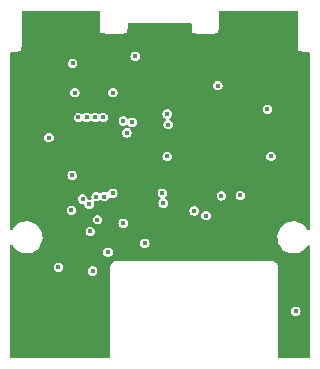
<source format=gbr>
%TF.GenerationSoftware,KiCad,Pcbnew,7.0.8*%
%TF.CreationDate,2024-04-11T03:43:44+02:00*%
%TF.ProjectId,Expansion_Card_Retrofit,45787061-6e73-4696-9f6e-5f436172645f,X1*%
%TF.SameCoordinates,Original*%
%TF.FileFunction,Copper,L2,Inr*%
%TF.FilePolarity,Positive*%
%FSLAX46Y46*%
G04 Gerber Fmt 4.6, Leading zero omitted, Abs format (unit mm)*
G04 Created by KiCad (PCBNEW 7.0.8) date 2024-04-11 03:43:44*
%MOMM*%
%LPD*%
G01*
G04 APERTURE LIST*
%TA.AperFunction,ViaPad*%
%ADD10C,0.400000*%
%TD*%
G04 APERTURE END LIST*
D10*
%TO.N,GND*%
X123700000Y-86650000D03*
X130700000Y-79450000D03*
X126000000Y-80950000D03*
X118598610Y-88650000D03*
X126100000Y-88950000D03*
%TO.N,Net-(R2-Pad1)*%
X115300000Y-97350000D03*
%TO.N,GND*%
X116000000Y-88750000D03*
X126000000Y-92150000D03*
%TO.N,Net-(U4-RUN)*%
X127800000Y-90950000D03*
%TO.N,GND*%
X121100000Y-79250000D03*
X113900000Y-86750000D03*
X122800000Y-89850000D03*
%TO.N,SWCLK*%
X121700000Y-84950000D03*
%TO.N,GND*%
X113900000Y-85100000D03*
%TO.N,+3V3*%
X121600000Y-87650000D03*
%TO.N,GND*%
X115500000Y-80150000D03*
%TO.N,VBUS*%
X117890000Y-93290000D03*
%TO.N,+3V3*%
X130100000Y-83650000D03*
X121279954Y-91608107D03*
%TO.N,GND*%
X125200000Y-95750000D03*
X129100000Y-91250000D03*
%TO.N,+3V3*%
X117000000Y-82250000D03*
%TO.N,GND*%
X126000000Y-79850000D03*
%TO.N,GPIO_ADC1*%
X123900000Y-92250000D03*
%TO.N,GND*%
X127700000Y-95750000D03*
%TO.N,+3V3*%
X113600000Y-79750000D03*
X125900000Y-81650000D03*
%TO.N,/Development Board Section/RUN*%
X113500000Y-92200000D03*
%TO.N,LED_EN*%
X116200000Y-84350000D03*
%TO.N,GPIO4*%
X115600000Y-91050000D03*
%TO.N,GPIO5*%
X116300000Y-91050000D03*
%TO.N,+3V3*%
X111600000Y-86050000D03*
%TO.N,GPIO2*%
X114450000Y-91250000D03*
%TO.N,GPIO_ADC0*%
X115500000Y-84350000D03*
%TO.N,/Development Board Section/GPIO_ADC3*%
X114100000Y-84350000D03*
%TO.N,GPIO_ADC1*%
X114800000Y-84350000D03*
%TO.N,/Development Board Section/RUN*%
X118650000Y-84750000D03*
%TO.N,+3V3*%
X116999830Y-90756306D03*
%TO.N,SWDIO*%
X117900000Y-84650000D03*
%TO.N,LED_EN*%
X132500000Y-100750000D03*
%TO.N,+3V3*%
X113800000Y-82250000D03*
X130400000Y-87650000D03*
%TO.N,GND*%
X114000000Y-78450000D03*
%TO.N,SWCLK*%
X115700000Y-93000000D03*
%TO.N,+3V3*%
X112400000Y-97025000D03*
%TO.N,GND*%
X121500000Y-88850000D03*
%TO.N,+3V3*%
X113574500Y-89250000D03*
%TO.N,GND*%
X115500000Y-81450000D03*
%TO.N,VBUS*%
X118900000Y-79150000D03*
%TO.N,/Development Board Section/GPIO_ADC3*%
X121200000Y-90750000D03*
%TO.N,GND*%
X128500000Y-79450000D03*
%TO.N,+3V3*%
X116600000Y-95750000D03*
%TO.N,GND*%
X121600000Y-86950000D03*
X120100000Y-95750000D03*
%TO.N,+3V3*%
X126200000Y-90975500D03*
%TO.N,SWCLK*%
X118200000Y-85650000D03*
%TO.N,GPIO3*%
X115000000Y-91700000D03*
%TO.N,GND*%
X122700000Y-95750000D03*
X123700000Y-88950000D03*
X130500000Y-84550000D03*
X123700000Y-84350000D03*
X125400000Y-84350000D03*
%TO.N,+3V3*%
X121600000Y-84050000D03*
X119719500Y-95000000D03*
%TO.N,GPIO_ADC0*%
X124900000Y-92650000D03*
%TO.N,SWDIO*%
X115100000Y-94000000D03*
%TD*%
%TA.AperFunction,Conductor*%
%TO.N,GND*%
G36*
X115893039Y-75320185D02*
G01*
X115938794Y-75372989D01*
X115950000Y-75424500D01*
X115950000Y-77200000D01*
X116225948Y-77200000D01*
X116279748Y-77212279D01*
X116400412Y-77270389D01*
X116400416Y-77270390D01*
X116400419Y-77270391D01*
X116532333Y-77300499D01*
X116532338Y-77300499D01*
X116532340Y-77300500D01*
X116532342Y-77300500D01*
X117717658Y-77300500D01*
X117717660Y-77300500D01*
X117717662Y-77300499D01*
X117717666Y-77300499D01*
X117849580Y-77270391D01*
X117849580Y-77270390D01*
X117849588Y-77270389D01*
X117970251Y-77212279D01*
X118024052Y-77200000D01*
X118200000Y-77200000D01*
X118200000Y-76970227D01*
X118212279Y-76916428D01*
X118220389Y-76899588D01*
X118250500Y-76767660D01*
X118250500Y-76700000D01*
X118250500Y-76652405D01*
X118250500Y-76464500D01*
X118270185Y-76397461D01*
X118322989Y-76351706D01*
X118374500Y-76340500D01*
X123576000Y-76340500D01*
X123643039Y-76360185D01*
X123688794Y-76412989D01*
X123700000Y-76464500D01*
X123700000Y-77200000D01*
X123975948Y-77200000D01*
X124029748Y-77212279D01*
X124150412Y-77270389D01*
X124150416Y-77270390D01*
X124150419Y-77270391D01*
X124282333Y-77300499D01*
X124282338Y-77300499D01*
X124282340Y-77300500D01*
X124282342Y-77300500D01*
X125467658Y-77300500D01*
X125467660Y-77300500D01*
X125467662Y-77300499D01*
X125467666Y-77300499D01*
X125599580Y-77270391D01*
X125599580Y-77270390D01*
X125599588Y-77270389D01*
X125720251Y-77212279D01*
X125774052Y-77200000D01*
X125950000Y-77200000D01*
X125950000Y-76970227D01*
X125962279Y-76916428D01*
X125970389Y-76899588D01*
X126000500Y-76767660D01*
X126000500Y-76700000D01*
X126000500Y-76652405D01*
X126000500Y-75424500D01*
X126020185Y-75357461D01*
X126072989Y-75311706D01*
X126124500Y-75300500D01*
X132575500Y-75300500D01*
X132642539Y-75320185D01*
X132688294Y-75372989D01*
X132699500Y-75424500D01*
X132699500Y-78267656D01*
X132699610Y-78268632D01*
X132700000Y-78275582D01*
X132700000Y-78700000D01*
X132925948Y-78700000D01*
X132979748Y-78712279D01*
X133100412Y-78770389D01*
X133100416Y-78770390D01*
X133100419Y-78770391D01*
X133232333Y-78800499D01*
X133232338Y-78800499D01*
X133232340Y-78800500D01*
X133243827Y-78800500D01*
X133575500Y-78800500D01*
X133642539Y-78820185D01*
X133688294Y-78872989D01*
X133699500Y-78924500D01*
X133699500Y-93751632D01*
X133679815Y-93818671D01*
X133627011Y-93864426D01*
X133557853Y-93874370D01*
X133494297Y-93845345D01*
X133469910Y-93816646D01*
X133451814Y-93787257D01*
X133392951Y-93691657D01*
X133240620Y-93518575D01*
X133240619Y-93518574D01*
X133240615Y-93518570D01*
X133061234Y-93373730D01*
X133061233Y-93373729D01*
X132859938Y-93261279D01*
X132642541Y-93184468D01*
X132642540Y-93184467D01*
X132642538Y-93184467D01*
X132642534Y-93184466D01*
X132642533Y-93184466D01*
X132415293Y-93145500D01*
X132415285Y-93145500D01*
X132242465Y-93145500D01*
X132242460Y-93145500D01*
X132070265Y-93160155D01*
X131847131Y-93218254D01*
X131637034Y-93313223D01*
X131637032Y-93313224D01*
X131445999Y-93442342D01*
X131279540Y-93601878D01*
X131142434Y-93787257D01*
X131038630Y-93993138D01*
X130971113Y-94213606D01*
X130941828Y-94442306D01*
X130951613Y-94672662D01*
X130951614Y-94672670D01*
X131000190Y-94898062D01*
X131000190Y-94898063D01*
X131086157Y-95112002D01*
X131086159Y-95112006D01*
X131130089Y-95183353D01*
X131207048Y-95308342D01*
X131359380Y-95481425D01*
X131359384Y-95481429D01*
X131538765Y-95626269D01*
X131538766Y-95626270D01*
X131538769Y-95626271D01*
X131538772Y-95626274D01*
X131740063Y-95738721D01*
X131957462Y-95815533D01*
X132084272Y-95837277D01*
X132184706Y-95854499D01*
X132184715Y-95854500D01*
X132357540Y-95854500D01*
X132529734Y-95839844D01*
X132529737Y-95839843D01*
X132529739Y-95839843D01*
X132752869Y-95781745D01*
X132881229Y-95723722D01*
X132962965Y-95686776D01*
X132962967Y-95686775D01*
X132962967Y-95686774D01*
X132962971Y-95686773D01*
X133154000Y-95557659D01*
X133320462Y-95398119D01*
X133457566Y-95212742D01*
X133464777Y-95198437D01*
X133512535Y-95147440D01*
X133580284Y-95130356D01*
X133646514Y-95152613D01*
X133690198Y-95207142D01*
X133699500Y-95254264D01*
X133699500Y-104575500D01*
X133679815Y-104642539D01*
X133627011Y-104688294D01*
X133575500Y-104699500D01*
X131124500Y-104699500D01*
X131057461Y-104679815D01*
X131011706Y-104627011D01*
X131000500Y-104575500D01*
X131000500Y-100750003D01*
X132094508Y-100750003D01*
X132114352Y-100875300D01*
X132114352Y-100875301D01*
X132114354Y-100875304D01*
X132171950Y-100988342D01*
X132171952Y-100988344D01*
X132171954Y-100988347D01*
X132261652Y-101078045D01*
X132261654Y-101078046D01*
X132261658Y-101078050D01*
X132374696Y-101135646D01*
X132374697Y-101135646D01*
X132374699Y-101135647D01*
X132499997Y-101155492D01*
X132500000Y-101155492D01*
X132500003Y-101155492D01*
X132625300Y-101135647D01*
X132625301Y-101135647D01*
X132625302Y-101135646D01*
X132625304Y-101135646D01*
X132738342Y-101078050D01*
X132828050Y-100988342D01*
X132885646Y-100875304D01*
X132885646Y-100875302D01*
X132885647Y-100875301D01*
X132885647Y-100875300D01*
X132905492Y-100750003D01*
X132905492Y-100749996D01*
X132885647Y-100624699D01*
X132885647Y-100624698D01*
X132885646Y-100624696D01*
X132828050Y-100511658D01*
X132828046Y-100511654D01*
X132828045Y-100511652D01*
X132738347Y-100421954D01*
X132738344Y-100421952D01*
X132738342Y-100421950D01*
X132625304Y-100364354D01*
X132625303Y-100364353D01*
X132625300Y-100364352D01*
X132500003Y-100344508D01*
X132499997Y-100344508D01*
X132374699Y-100364352D01*
X132374698Y-100364352D01*
X132299337Y-100402751D01*
X132261658Y-100421950D01*
X132261657Y-100421951D01*
X132261652Y-100421954D01*
X132171954Y-100511652D01*
X132171951Y-100511657D01*
X132114352Y-100624698D01*
X132114352Y-100624699D01*
X132094508Y-100749996D01*
X132094508Y-100750003D01*
X131000500Y-100750003D01*
X131000500Y-96969583D01*
X131000481Y-96969183D01*
X131000485Y-96935057D01*
X131000484Y-96935052D01*
X130975397Y-96825097D01*
X130975397Y-96825095D01*
X130926467Y-96723473D01*
X130905318Y-96696950D01*
X130856154Y-96635291D01*
X130856149Y-96635286D01*
X130767969Y-96564959D01*
X130666354Y-96516021D01*
X130666350Y-96516020D01*
X130653962Y-96513192D01*
X130556394Y-96490921D01*
X130556391Y-96490921D01*
X117351383Y-96490921D01*
X117351311Y-96490900D01*
X117300000Y-96490900D01*
X117243603Y-96490900D01*
X117174672Y-96506634D01*
X117133641Y-96516000D01*
X117133638Y-96516001D01*
X117032019Y-96564941D01*
X116943835Y-96635271D01*
X116943834Y-96635273D01*
X116873514Y-96723462D01*
X116824583Y-96825087D01*
X116824583Y-96825088D01*
X116799494Y-96935052D01*
X116799493Y-96935056D01*
X116799500Y-96991081D01*
X116799500Y-104575500D01*
X116779815Y-104642539D01*
X116727011Y-104688294D01*
X116675500Y-104699500D01*
X108424500Y-104699500D01*
X108357461Y-104679815D01*
X108311706Y-104627011D01*
X108300500Y-104575500D01*
X108300500Y-97025003D01*
X111994508Y-97025003D01*
X112014352Y-97150300D01*
X112014352Y-97150301D01*
X112014354Y-97150304D01*
X112071950Y-97263342D01*
X112071952Y-97263344D01*
X112071954Y-97263347D01*
X112161652Y-97353045D01*
X112161654Y-97353046D01*
X112161658Y-97353050D01*
X112274696Y-97410646D01*
X112274697Y-97410646D01*
X112274699Y-97410647D01*
X112399997Y-97430492D01*
X112400000Y-97430492D01*
X112400003Y-97430492D01*
X112525300Y-97410647D01*
X112525301Y-97410647D01*
X112525302Y-97410646D01*
X112525304Y-97410646D01*
X112638342Y-97353050D01*
X112641389Y-97350003D01*
X114894508Y-97350003D01*
X114914352Y-97475300D01*
X114914352Y-97475301D01*
X114914354Y-97475304D01*
X114971950Y-97588342D01*
X114971952Y-97588344D01*
X114971954Y-97588347D01*
X115061652Y-97678045D01*
X115061654Y-97678046D01*
X115061658Y-97678050D01*
X115174696Y-97735646D01*
X115174697Y-97735646D01*
X115174699Y-97735647D01*
X115299997Y-97755492D01*
X115300000Y-97755492D01*
X115300003Y-97755492D01*
X115425300Y-97735647D01*
X115425301Y-97735647D01*
X115425302Y-97735646D01*
X115425304Y-97735646D01*
X115538342Y-97678050D01*
X115628050Y-97588342D01*
X115685646Y-97475304D01*
X115685646Y-97475302D01*
X115685647Y-97475301D01*
X115685647Y-97475300D01*
X115705492Y-97350003D01*
X115705492Y-97349996D01*
X115685647Y-97224699D01*
X115685647Y-97224698D01*
X115685646Y-97224696D01*
X115628050Y-97111658D01*
X115628046Y-97111654D01*
X115628045Y-97111652D01*
X115538347Y-97021954D01*
X115538344Y-97021952D01*
X115538342Y-97021950D01*
X115425304Y-96964354D01*
X115425303Y-96964353D01*
X115425300Y-96964352D01*
X115300003Y-96944508D01*
X115299997Y-96944508D01*
X115174699Y-96964352D01*
X115174698Y-96964352D01*
X115099337Y-97002751D01*
X115061658Y-97021950D01*
X115061657Y-97021951D01*
X115061652Y-97021954D01*
X114971954Y-97111652D01*
X114971951Y-97111657D01*
X114914352Y-97224698D01*
X114914352Y-97224699D01*
X114894508Y-97349996D01*
X114894508Y-97350003D01*
X112641389Y-97350003D01*
X112728050Y-97263342D01*
X112785646Y-97150304D01*
X112785646Y-97150302D01*
X112785647Y-97150301D01*
X112785647Y-97150300D01*
X112805492Y-97025003D01*
X112805492Y-97024996D01*
X112785647Y-96899699D01*
X112785647Y-96899698D01*
X112785646Y-96899696D01*
X112728050Y-96786658D01*
X112728046Y-96786654D01*
X112728045Y-96786652D01*
X112638347Y-96696954D01*
X112638344Y-96696952D01*
X112638342Y-96696950D01*
X112525304Y-96639354D01*
X112525303Y-96639353D01*
X112525300Y-96639352D01*
X112400003Y-96619508D01*
X112399997Y-96619508D01*
X112274699Y-96639352D01*
X112274698Y-96639352D01*
X112199337Y-96677751D01*
X112161658Y-96696950D01*
X112161657Y-96696951D01*
X112161652Y-96696954D01*
X112071954Y-96786652D01*
X112071951Y-96786657D01*
X112014352Y-96899698D01*
X112014352Y-96899699D01*
X111994508Y-97024996D01*
X111994508Y-97025003D01*
X108300500Y-97025003D01*
X108300500Y-95248367D01*
X108320185Y-95181328D01*
X108372989Y-95135573D01*
X108442147Y-95125629D01*
X108505703Y-95154654D01*
X108530087Y-95183349D01*
X108563951Y-95238347D01*
X108607048Y-95308342D01*
X108759380Y-95481425D01*
X108759384Y-95481429D01*
X108938765Y-95626269D01*
X108938766Y-95626270D01*
X108938769Y-95626271D01*
X108938772Y-95626274D01*
X109140063Y-95738721D01*
X109357462Y-95815533D01*
X109484272Y-95837277D01*
X109584706Y-95854499D01*
X109584715Y-95854500D01*
X109757540Y-95854500D01*
X109929734Y-95839844D01*
X109929737Y-95839843D01*
X109929739Y-95839843D01*
X110152869Y-95781745D01*
X110223089Y-95750003D01*
X116194508Y-95750003D01*
X116214352Y-95875300D01*
X116214352Y-95875301D01*
X116214354Y-95875304D01*
X116271950Y-95988342D01*
X116271952Y-95988344D01*
X116271954Y-95988347D01*
X116361652Y-96078045D01*
X116361654Y-96078046D01*
X116361658Y-96078050D01*
X116474696Y-96135646D01*
X116474697Y-96135646D01*
X116474699Y-96135647D01*
X116599997Y-96155492D01*
X116600000Y-96155492D01*
X116600003Y-96155492D01*
X116725300Y-96135647D01*
X116725301Y-96135647D01*
X116725302Y-96135646D01*
X116725304Y-96135646D01*
X116838342Y-96078050D01*
X116928050Y-95988342D01*
X116985646Y-95875304D01*
X116985646Y-95875302D01*
X116985647Y-95875301D01*
X116985647Y-95875300D01*
X117005492Y-95750003D01*
X117005492Y-95749996D01*
X116985647Y-95624699D01*
X116985647Y-95624698D01*
X116985646Y-95624696D01*
X116928050Y-95511658D01*
X116928046Y-95511654D01*
X116928045Y-95511652D01*
X116838347Y-95421954D01*
X116838344Y-95421952D01*
X116838342Y-95421950D01*
X116725304Y-95364354D01*
X116725303Y-95364353D01*
X116725300Y-95364352D01*
X116600003Y-95344508D01*
X116599997Y-95344508D01*
X116474699Y-95364352D01*
X116474698Y-95364352D01*
X116408429Y-95398119D01*
X116361658Y-95421950D01*
X116361657Y-95421951D01*
X116361652Y-95421954D01*
X116271954Y-95511652D01*
X116271951Y-95511657D01*
X116214352Y-95624698D01*
X116214352Y-95624699D01*
X116194508Y-95749996D01*
X116194508Y-95750003D01*
X110223089Y-95750003D01*
X110281229Y-95723722D01*
X110362965Y-95686776D01*
X110362967Y-95686775D01*
X110362967Y-95686774D01*
X110362971Y-95686773D01*
X110554000Y-95557659D01*
X110720462Y-95398119D01*
X110857566Y-95212742D01*
X110961370Y-95006860D01*
X110963470Y-95000003D01*
X119314008Y-95000003D01*
X119333852Y-95125300D01*
X119333852Y-95125301D01*
X119336428Y-95130356D01*
X119391450Y-95238342D01*
X119391452Y-95238344D01*
X119391454Y-95238347D01*
X119481152Y-95328045D01*
X119481154Y-95328046D01*
X119481158Y-95328050D01*
X119594196Y-95385646D01*
X119594197Y-95385646D01*
X119594199Y-95385647D01*
X119719497Y-95405492D01*
X119719500Y-95405492D01*
X119719503Y-95405492D01*
X119844800Y-95385647D01*
X119844801Y-95385647D01*
X119844802Y-95385646D01*
X119844804Y-95385646D01*
X119957842Y-95328050D01*
X120047550Y-95238342D01*
X120105146Y-95125304D01*
X120105146Y-95125302D01*
X120105147Y-95125301D01*
X120105147Y-95125300D01*
X120124992Y-95000003D01*
X120124992Y-94999996D01*
X120105147Y-94874699D01*
X120105147Y-94874698D01*
X120105146Y-94874696D01*
X120047550Y-94761658D01*
X120047546Y-94761654D01*
X120047545Y-94761652D01*
X119957847Y-94671954D01*
X119957844Y-94671952D01*
X119957842Y-94671950D01*
X119844804Y-94614354D01*
X119844803Y-94614353D01*
X119844800Y-94614352D01*
X119719503Y-94594508D01*
X119719497Y-94594508D01*
X119594199Y-94614352D01*
X119594198Y-94614352D01*
X119518837Y-94652751D01*
X119481158Y-94671950D01*
X119481157Y-94671951D01*
X119481152Y-94671954D01*
X119391454Y-94761652D01*
X119391451Y-94761657D01*
X119333852Y-94874698D01*
X119333852Y-94874699D01*
X119314008Y-94999996D01*
X119314008Y-95000003D01*
X110963470Y-95000003D01*
X111028886Y-94786397D01*
X111058172Y-94557694D01*
X111048386Y-94327332D01*
X110999810Y-94101938D01*
X110958850Y-94000003D01*
X114694508Y-94000003D01*
X114714352Y-94125300D01*
X114714352Y-94125301D01*
X114714354Y-94125304D01*
X114771950Y-94238342D01*
X114771952Y-94238344D01*
X114771954Y-94238347D01*
X114861652Y-94328045D01*
X114861654Y-94328046D01*
X114861658Y-94328050D01*
X114974696Y-94385646D01*
X114974697Y-94385646D01*
X114974699Y-94385647D01*
X115099997Y-94405492D01*
X115100000Y-94405492D01*
X115100003Y-94405492D01*
X115225300Y-94385647D01*
X115225301Y-94385647D01*
X115225302Y-94385646D01*
X115225304Y-94385646D01*
X115338342Y-94328050D01*
X115428050Y-94238342D01*
X115485646Y-94125304D01*
X115485646Y-94125302D01*
X115485647Y-94125301D01*
X115485647Y-94125300D01*
X115505492Y-94000003D01*
X115505492Y-93999996D01*
X115485647Y-93874699D01*
X115485647Y-93874698D01*
X115471730Y-93847385D01*
X115428050Y-93761658D01*
X115428046Y-93761654D01*
X115428045Y-93761652D01*
X115338347Y-93671954D01*
X115338344Y-93671952D01*
X115338342Y-93671950D01*
X115225304Y-93614354D01*
X115225303Y-93614353D01*
X115225300Y-93614352D01*
X115100003Y-93594508D01*
X115099997Y-93594508D01*
X114974699Y-93614352D01*
X114974698Y-93614352D01*
X114899337Y-93652751D01*
X114861658Y-93671950D01*
X114861657Y-93671951D01*
X114861652Y-93671954D01*
X114771954Y-93761652D01*
X114771951Y-93761657D01*
X114714352Y-93874698D01*
X114714352Y-93874699D01*
X114694508Y-93999996D01*
X114694508Y-94000003D01*
X110958850Y-94000003D01*
X110913841Y-93887994D01*
X110792951Y-93691657D01*
X110640620Y-93518575D01*
X110640619Y-93518574D01*
X110640615Y-93518570D01*
X110461234Y-93373730D01*
X110461233Y-93373729D01*
X110259938Y-93261279D01*
X110042541Y-93184468D01*
X110042540Y-93184467D01*
X110042538Y-93184467D01*
X110042534Y-93184466D01*
X110042533Y-93184466D01*
X109815293Y-93145500D01*
X109815285Y-93145500D01*
X109642465Y-93145500D01*
X109642460Y-93145500D01*
X109470265Y-93160155D01*
X109247131Y-93218254D01*
X109037034Y-93313223D01*
X109037032Y-93313224D01*
X108845999Y-93442342D01*
X108679540Y-93601878D01*
X108542434Y-93787257D01*
X108535222Y-93801562D01*
X108487463Y-93852560D01*
X108419714Y-93869643D01*
X108353484Y-93847385D01*
X108309801Y-93792854D01*
X108300500Y-93745735D01*
X108300500Y-93000003D01*
X115294508Y-93000003D01*
X115314352Y-93125300D01*
X115314352Y-93125301D01*
X115314354Y-93125304D01*
X115371950Y-93238342D01*
X115371952Y-93238344D01*
X115371954Y-93238347D01*
X115461652Y-93328045D01*
X115461654Y-93328046D01*
X115461658Y-93328050D01*
X115574696Y-93385646D01*
X115574697Y-93385646D01*
X115574699Y-93385647D01*
X115699997Y-93405492D01*
X115700000Y-93405492D01*
X115700003Y-93405492D01*
X115825300Y-93385647D01*
X115825301Y-93385647D01*
X115825302Y-93385646D01*
X115825304Y-93385646D01*
X115938342Y-93328050D01*
X115976389Y-93290003D01*
X117484508Y-93290003D01*
X117504352Y-93415300D01*
X117504352Y-93415301D01*
X117522805Y-93451517D01*
X117561950Y-93528342D01*
X117561952Y-93528344D01*
X117561954Y-93528347D01*
X117651652Y-93618045D01*
X117651654Y-93618046D01*
X117651658Y-93618050D01*
X117764696Y-93675646D01*
X117764697Y-93675646D01*
X117764699Y-93675647D01*
X117889997Y-93695492D01*
X117890000Y-93695492D01*
X117890003Y-93695492D01*
X118015300Y-93675647D01*
X118015301Y-93675647D01*
X118015302Y-93675646D01*
X118015304Y-93675646D01*
X118128342Y-93618050D01*
X118218050Y-93528342D01*
X118275646Y-93415304D01*
X118275646Y-93415302D01*
X118275647Y-93415301D01*
X118275647Y-93415300D01*
X118295492Y-93290003D01*
X118295492Y-93289996D01*
X118275647Y-93164699D01*
X118275647Y-93164698D01*
X118265865Y-93145500D01*
X118218050Y-93051658D01*
X118218046Y-93051654D01*
X118218045Y-93051652D01*
X118128347Y-92961954D01*
X118128344Y-92961952D01*
X118128342Y-92961950D01*
X118015304Y-92904354D01*
X118015303Y-92904353D01*
X118015300Y-92904352D01*
X117890003Y-92884508D01*
X117889997Y-92884508D01*
X117764699Y-92904352D01*
X117764698Y-92904352D01*
X117689337Y-92942751D01*
X117651658Y-92961950D01*
X117651657Y-92961951D01*
X117651652Y-92961954D01*
X117561954Y-93051652D01*
X117561951Y-93051657D01*
X117561950Y-93051658D01*
X117542751Y-93089337D01*
X117504352Y-93164698D01*
X117504352Y-93164699D01*
X117484508Y-93289996D01*
X117484508Y-93290003D01*
X115976389Y-93290003D01*
X116028050Y-93238342D01*
X116085646Y-93125304D01*
X116085646Y-93125302D01*
X116085647Y-93125301D01*
X116085647Y-93125300D01*
X116105492Y-93000003D01*
X116105492Y-92999996D01*
X116085647Y-92874699D01*
X116085647Y-92874698D01*
X116085646Y-92874696D01*
X116028050Y-92761658D01*
X116028046Y-92761654D01*
X116028045Y-92761652D01*
X115938347Y-92671954D01*
X115938344Y-92671952D01*
X115938342Y-92671950D01*
X115825304Y-92614354D01*
X115825303Y-92614353D01*
X115825300Y-92614352D01*
X115700003Y-92594508D01*
X115699997Y-92594508D01*
X115574699Y-92614352D01*
X115574698Y-92614352D01*
X115504745Y-92649996D01*
X115461658Y-92671950D01*
X115461657Y-92671951D01*
X115461652Y-92671954D01*
X115371954Y-92761652D01*
X115371951Y-92761657D01*
X115314352Y-92874698D01*
X115314352Y-92874699D01*
X115294508Y-92999996D01*
X115294508Y-93000003D01*
X108300500Y-93000003D01*
X108300500Y-92200003D01*
X113094508Y-92200003D01*
X113114352Y-92325300D01*
X113114352Y-92325301D01*
X113114354Y-92325304D01*
X113171950Y-92438342D01*
X113171952Y-92438344D01*
X113171954Y-92438347D01*
X113261652Y-92528045D01*
X113261654Y-92528046D01*
X113261658Y-92528050D01*
X113374696Y-92585646D01*
X113374697Y-92585646D01*
X113374699Y-92585647D01*
X113499997Y-92605492D01*
X113500000Y-92605492D01*
X113500003Y-92605492D01*
X113625300Y-92585647D01*
X113625301Y-92585647D01*
X113625302Y-92585646D01*
X113625304Y-92585646D01*
X113738342Y-92528050D01*
X113828050Y-92438342D01*
X113885646Y-92325304D01*
X113885646Y-92325302D01*
X113885647Y-92325301D01*
X113885647Y-92325300D01*
X113897573Y-92250003D01*
X123494508Y-92250003D01*
X123514352Y-92375300D01*
X123514352Y-92375301D01*
X123514354Y-92375304D01*
X123571950Y-92488342D01*
X123571952Y-92488344D01*
X123571954Y-92488347D01*
X123661652Y-92578045D01*
X123661654Y-92578046D01*
X123661658Y-92578050D01*
X123774696Y-92635646D01*
X123774697Y-92635646D01*
X123774699Y-92635647D01*
X123899997Y-92655492D01*
X123900000Y-92655492D01*
X123900003Y-92655492D01*
X123934659Y-92650003D01*
X124494508Y-92650003D01*
X124514352Y-92775300D01*
X124514352Y-92775301D01*
X124514354Y-92775304D01*
X124571950Y-92888342D01*
X124571952Y-92888344D01*
X124571954Y-92888347D01*
X124661652Y-92978045D01*
X124661654Y-92978046D01*
X124661658Y-92978050D01*
X124774696Y-93035646D01*
X124774697Y-93035646D01*
X124774699Y-93035647D01*
X124899997Y-93055492D01*
X124900000Y-93055492D01*
X124900003Y-93055492D01*
X125025300Y-93035647D01*
X125025301Y-93035647D01*
X125025302Y-93035646D01*
X125025304Y-93035646D01*
X125138342Y-92978050D01*
X125228050Y-92888342D01*
X125285646Y-92775304D01*
X125285646Y-92775302D01*
X125285647Y-92775301D01*
X125285647Y-92775300D01*
X125305492Y-92650003D01*
X125305492Y-92649996D01*
X125285647Y-92524699D01*
X125285647Y-92524698D01*
X125267125Y-92488347D01*
X125228050Y-92411658D01*
X125228046Y-92411654D01*
X125228045Y-92411652D01*
X125138347Y-92321954D01*
X125138344Y-92321952D01*
X125138342Y-92321950D01*
X125025304Y-92264354D01*
X125025303Y-92264353D01*
X125025300Y-92264352D01*
X124900003Y-92244508D01*
X124899997Y-92244508D01*
X124774699Y-92264352D01*
X124774698Y-92264352D01*
X124699337Y-92302751D01*
X124661658Y-92321950D01*
X124661657Y-92321951D01*
X124661652Y-92321954D01*
X124571954Y-92411652D01*
X124571951Y-92411657D01*
X124514352Y-92524698D01*
X124514352Y-92524699D01*
X124494508Y-92649996D01*
X124494508Y-92650003D01*
X123934659Y-92650003D01*
X124025300Y-92635647D01*
X124025301Y-92635647D01*
X124025302Y-92635646D01*
X124025304Y-92635646D01*
X124138342Y-92578050D01*
X124228050Y-92488342D01*
X124285646Y-92375304D01*
X124285646Y-92375302D01*
X124285647Y-92375301D01*
X124285647Y-92375300D01*
X124305492Y-92250003D01*
X124305492Y-92249996D01*
X124285647Y-92124699D01*
X124285647Y-92124698D01*
X124265749Y-92085647D01*
X124228050Y-92011658D01*
X124228046Y-92011654D01*
X124228045Y-92011652D01*
X124138347Y-91921954D01*
X124138344Y-91921952D01*
X124138342Y-91921950D01*
X124025304Y-91864354D01*
X124025303Y-91864353D01*
X124025300Y-91864352D01*
X123900003Y-91844508D01*
X123899997Y-91844508D01*
X123774699Y-91864352D01*
X123774698Y-91864352D01*
X123699337Y-91902751D01*
X123661658Y-91921950D01*
X123661657Y-91921951D01*
X123661652Y-91921954D01*
X123571954Y-92011652D01*
X123571951Y-92011657D01*
X123571950Y-92011658D01*
X123563599Y-92028048D01*
X123514352Y-92124698D01*
X123514352Y-92124699D01*
X123494508Y-92249996D01*
X123494508Y-92250003D01*
X113897573Y-92250003D01*
X113905492Y-92200003D01*
X113905492Y-92199996D01*
X113885647Y-92074699D01*
X113885647Y-92074698D01*
X113885646Y-92074696D01*
X113828050Y-91961658D01*
X113828046Y-91961654D01*
X113828045Y-91961652D01*
X113738347Y-91871954D01*
X113738344Y-91871952D01*
X113738342Y-91871950D01*
X113625304Y-91814354D01*
X113625303Y-91814353D01*
X113625300Y-91814352D01*
X113500003Y-91794508D01*
X113499997Y-91794508D01*
X113374699Y-91814352D01*
X113374698Y-91814352D01*
X113311706Y-91846449D01*
X113261658Y-91871950D01*
X113261657Y-91871951D01*
X113261652Y-91871954D01*
X113171954Y-91961652D01*
X113171951Y-91961657D01*
X113114352Y-92074698D01*
X113114352Y-92074699D01*
X113094508Y-92199996D01*
X113094508Y-92200003D01*
X108300500Y-92200003D01*
X108300500Y-91250003D01*
X114044508Y-91250003D01*
X114064352Y-91375300D01*
X114064352Y-91375301D01*
X114065752Y-91378048D01*
X114121950Y-91488342D01*
X114121952Y-91488344D01*
X114121954Y-91488347D01*
X114211652Y-91578045D01*
X114211654Y-91578046D01*
X114211658Y-91578050D01*
X114324696Y-91635646D01*
X114324697Y-91635646D01*
X114324699Y-91635647D01*
X114398479Y-91647332D01*
X114450000Y-91655492D01*
X114461620Y-91653651D01*
X114530911Y-91662604D01*
X114584364Y-91707598D01*
X114603492Y-91756727D01*
X114614352Y-91825300D01*
X114614352Y-91825301D01*
X114632805Y-91861517D01*
X114671950Y-91938342D01*
X114671952Y-91938344D01*
X114671954Y-91938347D01*
X114761652Y-92028045D01*
X114761654Y-92028046D01*
X114761658Y-92028050D01*
X114874696Y-92085646D01*
X114874697Y-92085646D01*
X114874699Y-92085647D01*
X114999997Y-92105492D01*
X115000000Y-92105492D01*
X115000003Y-92105492D01*
X115125300Y-92085647D01*
X115125301Y-92085647D01*
X115125302Y-92085646D01*
X115125304Y-92085646D01*
X115238342Y-92028050D01*
X115328050Y-91938342D01*
X115385646Y-91825304D01*
X115385646Y-91825302D01*
X115385647Y-91825301D01*
X115385647Y-91825300D01*
X115405492Y-91700003D01*
X115405492Y-91699996D01*
X115387464Y-91586170D01*
X115396419Y-91516877D01*
X115441415Y-91463425D01*
X115508167Y-91442786D01*
X115529335Y-91444300D01*
X115599998Y-91455492D01*
X115600000Y-91455492D01*
X115600003Y-91455492D01*
X115725300Y-91435647D01*
X115725301Y-91435647D01*
X115725302Y-91435646D01*
X115725304Y-91435646D01*
X115838342Y-91378050D01*
X115862319Y-91354072D01*
X115923640Y-91320588D01*
X115993332Y-91325572D01*
X116037680Y-91354072D01*
X116061658Y-91378050D01*
X116174696Y-91435646D01*
X116174697Y-91435646D01*
X116174699Y-91435647D01*
X116299997Y-91455492D01*
X116300000Y-91455492D01*
X116300003Y-91455492D01*
X116425300Y-91435647D01*
X116425301Y-91435647D01*
X116425302Y-91435646D01*
X116425304Y-91435646D01*
X116538342Y-91378050D01*
X116628050Y-91288342D01*
X116681773Y-91182904D01*
X116729745Y-91132110D01*
X116797566Y-91115315D01*
X116848548Y-91128715D01*
X116874526Y-91141952D01*
X116874527Y-91141952D01*
X116874529Y-91141953D01*
X116999827Y-91161798D01*
X116999830Y-91161798D01*
X116999833Y-91161798D01*
X117125130Y-91141953D01*
X117125131Y-91141953D01*
X117125132Y-91141952D01*
X117125134Y-91141952D01*
X117238172Y-91084356D01*
X117327880Y-90994648D01*
X117385476Y-90881610D01*
X117385476Y-90881608D01*
X117385477Y-90881607D01*
X117385477Y-90881606D01*
X117405322Y-90756309D01*
X117405322Y-90756302D01*
X117404324Y-90750003D01*
X120794508Y-90750003D01*
X120814352Y-90875300D01*
X120814352Y-90875301D01*
X120817567Y-90881610D01*
X120871950Y-90988342D01*
X120871952Y-90988344D01*
X120871954Y-90988347D01*
X120961652Y-91078045D01*
X120961656Y-91078048D01*
X120961658Y-91078050D01*
X120996377Y-91095740D01*
X121047172Y-91143713D01*
X121063967Y-91211534D01*
X121041430Y-91277669D01*
X121027763Y-91293905D01*
X120951905Y-91369763D01*
X120951905Y-91369764D01*
X120951904Y-91369765D01*
X120949082Y-91375304D01*
X120894306Y-91482805D01*
X120894306Y-91482806D01*
X120874462Y-91608103D01*
X120874462Y-91608110D01*
X120894306Y-91733407D01*
X120894306Y-91733408D01*
X120894308Y-91733411D01*
X120951904Y-91846449D01*
X120951906Y-91846451D01*
X120951908Y-91846454D01*
X121041606Y-91936152D01*
X121041608Y-91936153D01*
X121041612Y-91936157D01*
X121154650Y-91993753D01*
X121154651Y-91993753D01*
X121154653Y-91993754D01*
X121279951Y-92013599D01*
X121279954Y-92013599D01*
X121279957Y-92013599D01*
X121405254Y-91993754D01*
X121405255Y-91993754D01*
X121405256Y-91993753D01*
X121405258Y-91993753D01*
X121518296Y-91936157D01*
X121608004Y-91846449D01*
X121665600Y-91733411D01*
X121665600Y-91733409D01*
X121665601Y-91733408D01*
X121665601Y-91733407D01*
X121685446Y-91608110D01*
X121685446Y-91608103D01*
X121665601Y-91482806D01*
X121665601Y-91482805D01*
X121651684Y-91455492D01*
X121608004Y-91369765D01*
X121608000Y-91369761D01*
X121607999Y-91369759D01*
X121518301Y-91280061D01*
X121518297Y-91280058D01*
X121518296Y-91280057D01*
X121483576Y-91262366D01*
X121432781Y-91214392D01*
X121415986Y-91146570D01*
X121438524Y-91080436D01*
X121452185Y-91064206D01*
X121528050Y-90988342D01*
X121534592Y-90975503D01*
X125794508Y-90975503D01*
X125814352Y-91100800D01*
X125814352Y-91100801D01*
X125826529Y-91124699D01*
X125871950Y-91213842D01*
X125871952Y-91213844D01*
X125871954Y-91213847D01*
X125961652Y-91303545D01*
X125961654Y-91303546D01*
X125961658Y-91303550D01*
X126074696Y-91361146D01*
X126074697Y-91361146D01*
X126074699Y-91361147D01*
X126199997Y-91380992D01*
X126200000Y-91380992D01*
X126200003Y-91380992D01*
X126325300Y-91361147D01*
X126325301Y-91361147D01*
X126325302Y-91361146D01*
X126325304Y-91361146D01*
X126438342Y-91303550D01*
X126528050Y-91213842D01*
X126585646Y-91100804D01*
X126585646Y-91100802D01*
X126585647Y-91100801D01*
X126585647Y-91100800D01*
X126605492Y-90975503D01*
X126605492Y-90975496D01*
X126601454Y-90950003D01*
X127394508Y-90950003D01*
X127414352Y-91075300D01*
X127414352Y-91075301D01*
X127418965Y-91084354D01*
X127471950Y-91188342D01*
X127471952Y-91188344D01*
X127471954Y-91188347D01*
X127561652Y-91278045D01*
X127561654Y-91278046D01*
X127561658Y-91278050D01*
X127674696Y-91335646D01*
X127674697Y-91335646D01*
X127674699Y-91335647D01*
X127799997Y-91355492D01*
X127800000Y-91355492D01*
X127800003Y-91355492D01*
X127925300Y-91335647D01*
X127925301Y-91335647D01*
X127925302Y-91335646D01*
X127925304Y-91335646D01*
X128038342Y-91278050D01*
X128128050Y-91188342D01*
X128185646Y-91075304D01*
X128185646Y-91075302D01*
X128185647Y-91075301D01*
X128185647Y-91075300D01*
X128205492Y-90950003D01*
X128205492Y-90949996D01*
X128185647Y-90824699D01*
X128185647Y-90824698D01*
X128163900Y-90782018D01*
X128128050Y-90711658D01*
X128128046Y-90711654D01*
X128128045Y-90711652D01*
X128038347Y-90621954D01*
X128038344Y-90621952D01*
X128038342Y-90621950D01*
X127925304Y-90564354D01*
X127925303Y-90564353D01*
X127925300Y-90564352D01*
X127800003Y-90544508D01*
X127799997Y-90544508D01*
X127674699Y-90564352D01*
X127674698Y-90564352D01*
X127599337Y-90602751D01*
X127561658Y-90621950D01*
X127561657Y-90621951D01*
X127561652Y-90621954D01*
X127471954Y-90711652D01*
X127471951Y-90711657D01*
X127471950Y-90711658D01*
X127466704Y-90721954D01*
X127414352Y-90824698D01*
X127414352Y-90824699D01*
X127394508Y-90949996D01*
X127394508Y-90950003D01*
X126601454Y-90950003D01*
X126585647Y-90850199D01*
X126585647Y-90850198D01*
X126582748Y-90844508D01*
X126528050Y-90737158D01*
X126528046Y-90737154D01*
X126528045Y-90737152D01*
X126438347Y-90647454D01*
X126438344Y-90647452D01*
X126438342Y-90647450D01*
X126325304Y-90589854D01*
X126325303Y-90589853D01*
X126325300Y-90589852D01*
X126200003Y-90570008D01*
X126199997Y-90570008D01*
X126074699Y-90589852D01*
X126074698Y-90589852D01*
X126006315Y-90624696D01*
X125961658Y-90647450D01*
X125961657Y-90647451D01*
X125961652Y-90647454D01*
X125871954Y-90737152D01*
X125871951Y-90737157D01*
X125871950Y-90737158D01*
X125865409Y-90749996D01*
X125814352Y-90850198D01*
X125814352Y-90850199D01*
X125794508Y-90975496D01*
X125794508Y-90975503D01*
X121534592Y-90975503D01*
X121585646Y-90875304D01*
X121585646Y-90875302D01*
X121585647Y-90875301D01*
X121585647Y-90875300D01*
X121605492Y-90750003D01*
X121605492Y-90749996D01*
X121585647Y-90624699D01*
X121585647Y-90624698D01*
X121567892Y-90589852D01*
X121528050Y-90511658D01*
X121528046Y-90511654D01*
X121528045Y-90511652D01*
X121438347Y-90421954D01*
X121438344Y-90421952D01*
X121438342Y-90421950D01*
X121325304Y-90364354D01*
X121325303Y-90364353D01*
X121325300Y-90364352D01*
X121200003Y-90344508D01*
X121199997Y-90344508D01*
X121074699Y-90364352D01*
X121074698Y-90364352D01*
X120999337Y-90402751D01*
X120961658Y-90421950D01*
X120961657Y-90421951D01*
X120961652Y-90421954D01*
X120871954Y-90511652D01*
X120871951Y-90511657D01*
X120871950Y-90511658D01*
X120855212Y-90544508D01*
X120814352Y-90624698D01*
X120814352Y-90624699D01*
X120794508Y-90749996D01*
X120794508Y-90750003D01*
X117404324Y-90750003D01*
X117385477Y-90631005D01*
X117385477Y-90631004D01*
X117380864Y-90621950D01*
X117327880Y-90517964D01*
X117327876Y-90517960D01*
X117327875Y-90517958D01*
X117238177Y-90428260D01*
X117238174Y-90428258D01*
X117238172Y-90428256D01*
X117125134Y-90370660D01*
X117125133Y-90370659D01*
X117125130Y-90370658D01*
X116999833Y-90350814D01*
X116999827Y-90350814D01*
X116874529Y-90370658D01*
X116874528Y-90370658D01*
X116799167Y-90409057D01*
X116761488Y-90428256D01*
X116761487Y-90428257D01*
X116761482Y-90428260D01*
X116671784Y-90517958D01*
X116671777Y-90517967D01*
X116618057Y-90623399D01*
X116570083Y-90674195D01*
X116502262Y-90690990D01*
X116451278Y-90677588D01*
X116425306Y-90664354D01*
X116425300Y-90664352D01*
X116300003Y-90644508D01*
X116299997Y-90644508D01*
X116174699Y-90664352D01*
X116174698Y-90664352D01*
X116122420Y-90690990D01*
X116061658Y-90721950D01*
X116061657Y-90721951D01*
X116061652Y-90721954D01*
X116037681Y-90745926D01*
X115976358Y-90779411D01*
X115906666Y-90774427D01*
X115862319Y-90745926D01*
X115838347Y-90721954D01*
X115838344Y-90721952D01*
X115838342Y-90721950D01*
X115725304Y-90664354D01*
X115725303Y-90664353D01*
X115725300Y-90664352D01*
X115600003Y-90644508D01*
X115599997Y-90644508D01*
X115474699Y-90664352D01*
X115474698Y-90664352D01*
X115422420Y-90690990D01*
X115361658Y-90721950D01*
X115361657Y-90721951D01*
X115361652Y-90721954D01*
X115271954Y-90811652D01*
X115271951Y-90811657D01*
X115271950Y-90811658D01*
X115255212Y-90844508D01*
X115214352Y-90924698D01*
X115214352Y-90924699D01*
X115194508Y-91049996D01*
X115194508Y-91049997D01*
X115194508Y-91050000D01*
X115201752Y-91095739D01*
X115212536Y-91163829D01*
X115203580Y-91233123D01*
X115158583Y-91286574D01*
X115091831Y-91307213D01*
X115070665Y-91305700D01*
X115039990Y-91300841D01*
X115000000Y-91294508D01*
X114999999Y-91294508D01*
X114988376Y-91296349D01*
X114919082Y-91287392D01*
X114865631Y-91242395D01*
X114846507Y-91193275D01*
X114835646Y-91124696D01*
X114778050Y-91011658D01*
X114778046Y-91011654D01*
X114778045Y-91011652D01*
X114688347Y-90921954D01*
X114688344Y-90921952D01*
X114688342Y-90921950D01*
X114575304Y-90864354D01*
X114575303Y-90864353D01*
X114575300Y-90864352D01*
X114450003Y-90844508D01*
X114449997Y-90844508D01*
X114324699Y-90864352D01*
X114324698Y-90864352D01*
X114249337Y-90902751D01*
X114211658Y-90921950D01*
X114211657Y-90921951D01*
X114211652Y-90921954D01*
X114121954Y-91011652D01*
X114121951Y-91011657D01*
X114064352Y-91124698D01*
X114064352Y-91124699D01*
X114044508Y-91249996D01*
X114044508Y-91250003D01*
X108300500Y-91250003D01*
X108300500Y-89250003D01*
X113169008Y-89250003D01*
X113188852Y-89375300D01*
X113188852Y-89375301D01*
X113188854Y-89375304D01*
X113246450Y-89488342D01*
X113246452Y-89488344D01*
X113246454Y-89488347D01*
X113336152Y-89578045D01*
X113336154Y-89578046D01*
X113336158Y-89578050D01*
X113449196Y-89635646D01*
X113449197Y-89635646D01*
X113449199Y-89635647D01*
X113574497Y-89655492D01*
X113574500Y-89655492D01*
X113574503Y-89655492D01*
X113699800Y-89635647D01*
X113699801Y-89635647D01*
X113699802Y-89635646D01*
X113699804Y-89635646D01*
X113812842Y-89578050D01*
X113902550Y-89488342D01*
X113960146Y-89375304D01*
X113960146Y-89375302D01*
X113960147Y-89375301D01*
X113960147Y-89375300D01*
X113979992Y-89250003D01*
X113979992Y-89249996D01*
X113960147Y-89124699D01*
X113960147Y-89124698D01*
X113960146Y-89124696D01*
X113902550Y-89011658D01*
X113902546Y-89011654D01*
X113902545Y-89011652D01*
X113812847Y-88921954D01*
X113812844Y-88921952D01*
X113812842Y-88921950D01*
X113699804Y-88864354D01*
X113699803Y-88864353D01*
X113699800Y-88864352D01*
X113574503Y-88844508D01*
X113574497Y-88844508D01*
X113449199Y-88864352D01*
X113449198Y-88864352D01*
X113373837Y-88902751D01*
X113336158Y-88921950D01*
X113336157Y-88921951D01*
X113336152Y-88921954D01*
X113246454Y-89011652D01*
X113246451Y-89011657D01*
X113188852Y-89124698D01*
X113188852Y-89124699D01*
X113169008Y-89249996D01*
X113169008Y-89250003D01*
X108300500Y-89250003D01*
X108300500Y-87650003D01*
X121194508Y-87650003D01*
X121214352Y-87775300D01*
X121214352Y-87775301D01*
X121214354Y-87775304D01*
X121271950Y-87888342D01*
X121271952Y-87888344D01*
X121271954Y-87888347D01*
X121361652Y-87978045D01*
X121361654Y-87978046D01*
X121361658Y-87978050D01*
X121474696Y-88035646D01*
X121474697Y-88035646D01*
X121474699Y-88035647D01*
X121599997Y-88055492D01*
X121600000Y-88055492D01*
X121600003Y-88055492D01*
X121725300Y-88035647D01*
X121725301Y-88035647D01*
X121725302Y-88035646D01*
X121725304Y-88035646D01*
X121838342Y-87978050D01*
X121928050Y-87888342D01*
X121985646Y-87775304D01*
X121985646Y-87775302D01*
X121985647Y-87775301D01*
X121985647Y-87775300D01*
X122005492Y-87650003D01*
X129994508Y-87650003D01*
X130014352Y-87775300D01*
X130014352Y-87775301D01*
X130014354Y-87775304D01*
X130071950Y-87888342D01*
X130071952Y-87888344D01*
X130071954Y-87888347D01*
X130161652Y-87978045D01*
X130161654Y-87978046D01*
X130161658Y-87978050D01*
X130274696Y-88035646D01*
X130274697Y-88035646D01*
X130274699Y-88035647D01*
X130399997Y-88055492D01*
X130400000Y-88055492D01*
X130400003Y-88055492D01*
X130525300Y-88035647D01*
X130525301Y-88035647D01*
X130525302Y-88035646D01*
X130525304Y-88035646D01*
X130638342Y-87978050D01*
X130728050Y-87888342D01*
X130785646Y-87775304D01*
X130785646Y-87775302D01*
X130785647Y-87775301D01*
X130785647Y-87775300D01*
X130805492Y-87650003D01*
X130805492Y-87649996D01*
X130785647Y-87524699D01*
X130785647Y-87524698D01*
X130785646Y-87524696D01*
X130728050Y-87411658D01*
X130728046Y-87411654D01*
X130728045Y-87411652D01*
X130638347Y-87321954D01*
X130638344Y-87321952D01*
X130638342Y-87321950D01*
X130525304Y-87264354D01*
X130525303Y-87264353D01*
X130525300Y-87264352D01*
X130400003Y-87244508D01*
X130399997Y-87244508D01*
X130274699Y-87264352D01*
X130274698Y-87264352D01*
X130199337Y-87302751D01*
X130161658Y-87321950D01*
X130161657Y-87321951D01*
X130161652Y-87321954D01*
X130071954Y-87411652D01*
X130071951Y-87411657D01*
X130014352Y-87524698D01*
X130014352Y-87524699D01*
X129994508Y-87649996D01*
X129994508Y-87650003D01*
X122005492Y-87650003D01*
X122005492Y-87649996D01*
X121985647Y-87524699D01*
X121985647Y-87524698D01*
X121985646Y-87524696D01*
X121928050Y-87411658D01*
X121928046Y-87411654D01*
X121928045Y-87411652D01*
X121838347Y-87321954D01*
X121838344Y-87321952D01*
X121838342Y-87321950D01*
X121725304Y-87264354D01*
X121725303Y-87264353D01*
X121725300Y-87264352D01*
X121600003Y-87244508D01*
X121599997Y-87244508D01*
X121474699Y-87264352D01*
X121474698Y-87264352D01*
X121399337Y-87302751D01*
X121361658Y-87321950D01*
X121361657Y-87321951D01*
X121361652Y-87321954D01*
X121271954Y-87411652D01*
X121271951Y-87411657D01*
X121214352Y-87524698D01*
X121214352Y-87524699D01*
X121194508Y-87649996D01*
X121194508Y-87650003D01*
X108300500Y-87650003D01*
X108300500Y-86050003D01*
X111194508Y-86050003D01*
X111214352Y-86175300D01*
X111214352Y-86175301D01*
X111214354Y-86175304D01*
X111271950Y-86288342D01*
X111271952Y-86288344D01*
X111271954Y-86288347D01*
X111361652Y-86378045D01*
X111361654Y-86378046D01*
X111361658Y-86378050D01*
X111474696Y-86435646D01*
X111474697Y-86435646D01*
X111474699Y-86435647D01*
X111599997Y-86455492D01*
X111600000Y-86455492D01*
X111600003Y-86455492D01*
X111725300Y-86435647D01*
X111725301Y-86435647D01*
X111725302Y-86435646D01*
X111725304Y-86435646D01*
X111838342Y-86378050D01*
X111928050Y-86288342D01*
X111985646Y-86175304D01*
X111985646Y-86175302D01*
X111985647Y-86175301D01*
X111985647Y-86175300D01*
X112005492Y-86050003D01*
X112005492Y-86049996D01*
X111985647Y-85924699D01*
X111985647Y-85924698D01*
X111967125Y-85888347D01*
X111928050Y-85811658D01*
X111928046Y-85811654D01*
X111928045Y-85811652D01*
X111838347Y-85721954D01*
X111838344Y-85721952D01*
X111838342Y-85721950D01*
X111725304Y-85664354D01*
X111725303Y-85664353D01*
X111725300Y-85664352D01*
X111600003Y-85644508D01*
X111599997Y-85644508D01*
X111474699Y-85664352D01*
X111474698Y-85664352D01*
X111399337Y-85702751D01*
X111361658Y-85721950D01*
X111361657Y-85721951D01*
X111361652Y-85721954D01*
X111271954Y-85811652D01*
X111271951Y-85811657D01*
X111214352Y-85924698D01*
X111214352Y-85924699D01*
X111194508Y-86049996D01*
X111194508Y-86050003D01*
X108300500Y-86050003D01*
X108300500Y-84350003D01*
X113694508Y-84350003D01*
X113714352Y-84475300D01*
X113714352Y-84475301D01*
X113714354Y-84475304D01*
X113771950Y-84588342D01*
X113771952Y-84588344D01*
X113771954Y-84588347D01*
X113861652Y-84678045D01*
X113861654Y-84678046D01*
X113861658Y-84678050D01*
X113974696Y-84735646D01*
X113974697Y-84735646D01*
X113974699Y-84735647D01*
X114099997Y-84755492D01*
X114100000Y-84755492D01*
X114100003Y-84755492D01*
X114225300Y-84735647D01*
X114225301Y-84735647D01*
X114225302Y-84735646D01*
X114225304Y-84735646D01*
X114338342Y-84678050D01*
X114362319Y-84654072D01*
X114423640Y-84620588D01*
X114493332Y-84625572D01*
X114537680Y-84654072D01*
X114561658Y-84678050D01*
X114674696Y-84735646D01*
X114674697Y-84735646D01*
X114674699Y-84735647D01*
X114799997Y-84755492D01*
X114800000Y-84755492D01*
X114800003Y-84755492D01*
X114925300Y-84735647D01*
X114925301Y-84735647D01*
X114925302Y-84735646D01*
X114925304Y-84735646D01*
X115038342Y-84678050D01*
X115062319Y-84654072D01*
X115123640Y-84620588D01*
X115193332Y-84625572D01*
X115237680Y-84654072D01*
X115261658Y-84678050D01*
X115374696Y-84735646D01*
X115374697Y-84735646D01*
X115374699Y-84735647D01*
X115499997Y-84755492D01*
X115500000Y-84755492D01*
X115500003Y-84755492D01*
X115625300Y-84735647D01*
X115625301Y-84735647D01*
X115625302Y-84735646D01*
X115625304Y-84735646D01*
X115738342Y-84678050D01*
X115762319Y-84654072D01*
X115823640Y-84620588D01*
X115893332Y-84625572D01*
X115937680Y-84654072D01*
X115961658Y-84678050D01*
X116074696Y-84735646D01*
X116074697Y-84735646D01*
X116074699Y-84735647D01*
X116199997Y-84755492D01*
X116200000Y-84755492D01*
X116200003Y-84755492D01*
X116325300Y-84735647D01*
X116325301Y-84735647D01*
X116325302Y-84735646D01*
X116325304Y-84735646D01*
X116438342Y-84678050D01*
X116466389Y-84650003D01*
X117494508Y-84650003D01*
X117514352Y-84775300D01*
X117514352Y-84775301D01*
X117514354Y-84775304D01*
X117571950Y-84888342D01*
X117571952Y-84888344D01*
X117571954Y-84888347D01*
X117661652Y-84978045D01*
X117661654Y-84978046D01*
X117661658Y-84978050D01*
X117774696Y-85035646D01*
X117774697Y-85035646D01*
X117774699Y-85035647D01*
X117899997Y-85055492D01*
X117900000Y-85055492D01*
X117900002Y-85055492D01*
X117975036Y-85043608D01*
X118020838Y-85049527D01*
X118049268Y-85023435D01*
X118138342Y-84978050D01*
X118138347Y-84978044D01*
X118146241Y-84972311D01*
X118147136Y-84973544D01*
X118199007Y-84945215D01*
X118268699Y-84950194D01*
X118313079Y-84983411D01*
X118315049Y-84981442D01*
X118379417Y-85045810D01*
X118412902Y-85107133D01*
X118407918Y-85176825D01*
X118366046Y-85232758D01*
X118300582Y-85257175D01*
X118272339Y-85255965D01*
X118227761Y-85248904D01*
X118200000Y-85244508D01*
X118199999Y-85244508D01*
X118124961Y-85256392D01*
X118079159Y-85250472D01*
X118050729Y-85276565D01*
X117961661Y-85321947D01*
X117961652Y-85321954D01*
X117871954Y-85411652D01*
X117871951Y-85411657D01*
X117814352Y-85524698D01*
X117814352Y-85524699D01*
X117794508Y-85649996D01*
X117794508Y-85650003D01*
X117814352Y-85775300D01*
X117814352Y-85775301D01*
X117814354Y-85775304D01*
X117871950Y-85888342D01*
X117871952Y-85888344D01*
X117871954Y-85888347D01*
X117961652Y-85978045D01*
X117961654Y-85978046D01*
X117961658Y-85978050D01*
X118074696Y-86035646D01*
X118074697Y-86035646D01*
X118074699Y-86035647D01*
X118199997Y-86055492D01*
X118200000Y-86055492D01*
X118200003Y-86055492D01*
X118325300Y-86035647D01*
X118325301Y-86035647D01*
X118325302Y-86035646D01*
X118325304Y-86035646D01*
X118438342Y-85978050D01*
X118528050Y-85888342D01*
X118585646Y-85775304D01*
X118585646Y-85775302D01*
X118585647Y-85775301D01*
X118585647Y-85775300D01*
X118605492Y-85650003D01*
X118605492Y-85649996D01*
X118585647Y-85524699D01*
X118585647Y-85524698D01*
X118585646Y-85524696D01*
X118528050Y-85411658D01*
X118528046Y-85411654D01*
X118528045Y-85411652D01*
X118470582Y-85354189D01*
X118437097Y-85292866D01*
X118442081Y-85223174D01*
X118483953Y-85167241D01*
X118549417Y-85142824D01*
X118577661Y-85144035D01*
X118649998Y-85155492D01*
X118650000Y-85155492D01*
X118650003Y-85155492D01*
X118775300Y-85135647D01*
X118775301Y-85135647D01*
X118775302Y-85135646D01*
X118775304Y-85135646D01*
X118888342Y-85078050D01*
X118978050Y-84988342D01*
X119035646Y-84875304D01*
X119035646Y-84875302D01*
X119035647Y-84875301D01*
X119035647Y-84875300D01*
X119055492Y-84750003D01*
X119055492Y-84749996D01*
X119035647Y-84624699D01*
X119035647Y-84624698D01*
X119033553Y-84620588D01*
X118978050Y-84511658D01*
X118978046Y-84511654D01*
X118978045Y-84511652D01*
X118888347Y-84421954D01*
X118888344Y-84421952D01*
X118888342Y-84421950D01*
X118775304Y-84364354D01*
X118775303Y-84364353D01*
X118775300Y-84364352D01*
X118650003Y-84344508D01*
X118649997Y-84344508D01*
X118524699Y-84364352D01*
X118524698Y-84364352D01*
X118482011Y-84386103D01*
X118411658Y-84421950D01*
X118411657Y-84421951D01*
X118403759Y-84427689D01*
X118402864Y-84426457D01*
X118350972Y-84454788D01*
X118281281Y-84449798D01*
X118236922Y-84416586D01*
X118234951Y-84418558D01*
X118138347Y-84321954D01*
X118138344Y-84321952D01*
X118138342Y-84321950D01*
X118025304Y-84264354D01*
X118025303Y-84264353D01*
X118025300Y-84264352D01*
X117900003Y-84244508D01*
X117899997Y-84244508D01*
X117774699Y-84264352D01*
X117774698Y-84264352D01*
X117727607Y-84288347D01*
X117661658Y-84321950D01*
X117661657Y-84321951D01*
X117661652Y-84321954D01*
X117571954Y-84411652D01*
X117571951Y-84411657D01*
X117571950Y-84411658D01*
X117552751Y-84449337D01*
X117514352Y-84524698D01*
X117514352Y-84524699D01*
X117494508Y-84649996D01*
X117494508Y-84650003D01*
X116466389Y-84650003D01*
X116528050Y-84588342D01*
X116585646Y-84475304D01*
X116585646Y-84475302D01*
X116585647Y-84475301D01*
X116585647Y-84475300D01*
X116605492Y-84350003D01*
X116605492Y-84349996D01*
X116585647Y-84224699D01*
X116585647Y-84224698D01*
X116560479Y-84175304D01*
X116528050Y-84111658D01*
X116528046Y-84111654D01*
X116528045Y-84111652D01*
X116466396Y-84050003D01*
X121194508Y-84050003D01*
X121214352Y-84175300D01*
X121214352Y-84175301D01*
X121214354Y-84175304D01*
X121271950Y-84288342D01*
X121271952Y-84288344D01*
X121271954Y-84288347D01*
X121361652Y-84378045D01*
X121361661Y-84378052D01*
X121437460Y-84416674D01*
X121488256Y-84464648D01*
X121505051Y-84532469D01*
X121482513Y-84598604D01*
X121467434Y-84613925D01*
X121468558Y-84615049D01*
X121371954Y-84711652D01*
X121371951Y-84711657D01*
X121371950Y-84711658D01*
X121359727Y-84735647D01*
X121314352Y-84824698D01*
X121314352Y-84824699D01*
X121294508Y-84949996D01*
X121294508Y-84950003D01*
X121314352Y-85075300D01*
X121314352Y-85075301D01*
X121315752Y-85078048D01*
X121371950Y-85188342D01*
X121371952Y-85188344D01*
X121371954Y-85188347D01*
X121461652Y-85278045D01*
X121461654Y-85278046D01*
X121461658Y-85278050D01*
X121574696Y-85335646D01*
X121574697Y-85335646D01*
X121574699Y-85335647D01*
X121699997Y-85355492D01*
X121700000Y-85355492D01*
X121700003Y-85355492D01*
X121825300Y-85335647D01*
X121825301Y-85335647D01*
X121825302Y-85335646D01*
X121825304Y-85335646D01*
X121938342Y-85278050D01*
X122028050Y-85188342D01*
X122085646Y-85075304D01*
X122085646Y-85075302D01*
X122085647Y-85075301D01*
X122085647Y-85075300D01*
X122105492Y-84950003D01*
X122105492Y-84949996D01*
X122085647Y-84824699D01*
X122085647Y-84824698D01*
X122060479Y-84775304D01*
X122028050Y-84711658D01*
X122028046Y-84711654D01*
X122028045Y-84711652D01*
X121938347Y-84621954D01*
X121938343Y-84621951D01*
X121938342Y-84621950D01*
X121922592Y-84613925D01*
X121862538Y-84583325D01*
X121811743Y-84535350D01*
X121794948Y-84467529D01*
X121817486Y-84401394D01*
X121832594Y-84386103D01*
X121831442Y-84384951D01*
X121928045Y-84288347D01*
X121928050Y-84288342D01*
X121985646Y-84175304D01*
X121985646Y-84175302D01*
X121985647Y-84175301D01*
X121985647Y-84175300D01*
X122005492Y-84050003D01*
X122005492Y-84049996D01*
X121985647Y-83924699D01*
X121985647Y-83924698D01*
X121967125Y-83888347D01*
X121928050Y-83811658D01*
X121928046Y-83811654D01*
X121928045Y-83811652D01*
X121838347Y-83721954D01*
X121838344Y-83721952D01*
X121838342Y-83721950D01*
X121725304Y-83664354D01*
X121725303Y-83664353D01*
X121725300Y-83664352D01*
X121634699Y-83650003D01*
X129694508Y-83650003D01*
X129714352Y-83775300D01*
X129714352Y-83775301D01*
X129714354Y-83775304D01*
X129771950Y-83888342D01*
X129771952Y-83888344D01*
X129771954Y-83888347D01*
X129861652Y-83978045D01*
X129861654Y-83978046D01*
X129861658Y-83978050D01*
X129974696Y-84035646D01*
X129974697Y-84035646D01*
X129974699Y-84035647D01*
X130099997Y-84055492D01*
X130100000Y-84055492D01*
X130100003Y-84055492D01*
X130225300Y-84035647D01*
X130225301Y-84035647D01*
X130225302Y-84035646D01*
X130225304Y-84035646D01*
X130338342Y-83978050D01*
X130428050Y-83888342D01*
X130485646Y-83775304D01*
X130485646Y-83775302D01*
X130485647Y-83775301D01*
X130485647Y-83775300D01*
X130505492Y-83650003D01*
X130505492Y-83649996D01*
X130485647Y-83524699D01*
X130485647Y-83524698D01*
X130485646Y-83524696D01*
X130428050Y-83411658D01*
X130428046Y-83411654D01*
X130428045Y-83411652D01*
X130338347Y-83321954D01*
X130338344Y-83321952D01*
X130338342Y-83321950D01*
X130225304Y-83264354D01*
X130225303Y-83264353D01*
X130225300Y-83264352D01*
X130100003Y-83244508D01*
X130099997Y-83244508D01*
X129974699Y-83264352D01*
X129974698Y-83264352D01*
X129899337Y-83302751D01*
X129861658Y-83321950D01*
X129861657Y-83321951D01*
X129861652Y-83321954D01*
X129771954Y-83411652D01*
X129771951Y-83411657D01*
X129714352Y-83524698D01*
X129714352Y-83524699D01*
X129694508Y-83649996D01*
X129694508Y-83650003D01*
X121634699Y-83650003D01*
X121600003Y-83644508D01*
X121599997Y-83644508D01*
X121474699Y-83664352D01*
X121474698Y-83664352D01*
X121399337Y-83702751D01*
X121361658Y-83721950D01*
X121361657Y-83721951D01*
X121361652Y-83721954D01*
X121271954Y-83811652D01*
X121271951Y-83811657D01*
X121214352Y-83924698D01*
X121214352Y-83924699D01*
X121194508Y-84049996D01*
X121194508Y-84050003D01*
X116466396Y-84050003D01*
X116438347Y-84021954D01*
X116438344Y-84021952D01*
X116438342Y-84021950D01*
X116325304Y-83964354D01*
X116325303Y-83964353D01*
X116325300Y-83964352D01*
X116200003Y-83944508D01*
X116199997Y-83944508D01*
X116074699Y-83964352D01*
X116074698Y-83964352D01*
X115999337Y-84002751D01*
X115961658Y-84021950D01*
X115961657Y-84021951D01*
X115961652Y-84021954D01*
X115937681Y-84045926D01*
X115876358Y-84079411D01*
X115806666Y-84074427D01*
X115762319Y-84045926D01*
X115738347Y-84021954D01*
X115738344Y-84021952D01*
X115738342Y-84021950D01*
X115625304Y-83964354D01*
X115625303Y-83964353D01*
X115625300Y-83964352D01*
X115500003Y-83944508D01*
X115499997Y-83944508D01*
X115374699Y-83964352D01*
X115374698Y-83964352D01*
X115299337Y-84002751D01*
X115261658Y-84021950D01*
X115261657Y-84021951D01*
X115261652Y-84021954D01*
X115237681Y-84045926D01*
X115176358Y-84079411D01*
X115106666Y-84074427D01*
X115062319Y-84045926D01*
X115038347Y-84021954D01*
X115038344Y-84021952D01*
X115038342Y-84021950D01*
X114925304Y-83964354D01*
X114925303Y-83964353D01*
X114925300Y-83964352D01*
X114800003Y-83944508D01*
X114799997Y-83944508D01*
X114674699Y-83964352D01*
X114674698Y-83964352D01*
X114599337Y-84002751D01*
X114561658Y-84021950D01*
X114561657Y-84021951D01*
X114561652Y-84021954D01*
X114537681Y-84045926D01*
X114476358Y-84079411D01*
X114406666Y-84074427D01*
X114362319Y-84045926D01*
X114338347Y-84021954D01*
X114338344Y-84021952D01*
X114338342Y-84021950D01*
X114225304Y-83964354D01*
X114225303Y-83964353D01*
X114225300Y-83964352D01*
X114100003Y-83944508D01*
X114099997Y-83944508D01*
X113974699Y-83964352D01*
X113974698Y-83964352D01*
X113899337Y-84002751D01*
X113861658Y-84021950D01*
X113861657Y-84021951D01*
X113861652Y-84021954D01*
X113771954Y-84111652D01*
X113771951Y-84111657D01*
X113714352Y-84224698D01*
X113714352Y-84224699D01*
X113694508Y-84349996D01*
X113694508Y-84350003D01*
X108300500Y-84350003D01*
X108300500Y-82250003D01*
X113394508Y-82250003D01*
X113414352Y-82375300D01*
X113414352Y-82375301D01*
X113414354Y-82375304D01*
X113471950Y-82488342D01*
X113471952Y-82488344D01*
X113471954Y-82488347D01*
X113561652Y-82578045D01*
X113561654Y-82578046D01*
X113561658Y-82578050D01*
X113674696Y-82635646D01*
X113674697Y-82635646D01*
X113674699Y-82635647D01*
X113799997Y-82655492D01*
X113800000Y-82655492D01*
X113800003Y-82655492D01*
X113925300Y-82635647D01*
X113925301Y-82635647D01*
X113925302Y-82635646D01*
X113925304Y-82635646D01*
X114038342Y-82578050D01*
X114128050Y-82488342D01*
X114185646Y-82375304D01*
X114185646Y-82375302D01*
X114185647Y-82375301D01*
X114185647Y-82375300D01*
X114205492Y-82250003D01*
X116594508Y-82250003D01*
X116614352Y-82375300D01*
X116614352Y-82375301D01*
X116614354Y-82375304D01*
X116671950Y-82488342D01*
X116671952Y-82488344D01*
X116671954Y-82488347D01*
X116761652Y-82578045D01*
X116761654Y-82578046D01*
X116761658Y-82578050D01*
X116874696Y-82635646D01*
X116874697Y-82635646D01*
X116874699Y-82635647D01*
X116999997Y-82655492D01*
X117000000Y-82655492D01*
X117000003Y-82655492D01*
X117125300Y-82635647D01*
X117125301Y-82635647D01*
X117125302Y-82635646D01*
X117125304Y-82635646D01*
X117238342Y-82578050D01*
X117328050Y-82488342D01*
X117385646Y-82375304D01*
X117385646Y-82375302D01*
X117385647Y-82375301D01*
X117385647Y-82375300D01*
X117405492Y-82250003D01*
X117405492Y-82249996D01*
X117385647Y-82124699D01*
X117385647Y-82124698D01*
X117385646Y-82124696D01*
X117328050Y-82011658D01*
X117328046Y-82011654D01*
X117328045Y-82011652D01*
X117238347Y-81921954D01*
X117238344Y-81921952D01*
X117238342Y-81921950D01*
X117125304Y-81864354D01*
X117125303Y-81864353D01*
X117125300Y-81864352D01*
X117000003Y-81844508D01*
X116999997Y-81844508D01*
X116874699Y-81864352D01*
X116874698Y-81864352D01*
X116827607Y-81888347D01*
X116761658Y-81921950D01*
X116761657Y-81921951D01*
X116761652Y-81921954D01*
X116671954Y-82011652D01*
X116671951Y-82011657D01*
X116671950Y-82011658D01*
X116659727Y-82035647D01*
X116614352Y-82124698D01*
X116614352Y-82124699D01*
X116594508Y-82249996D01*
X116594508Y-82250003D01*
X114205492Y-82250003D01*
X114205492Y-82249996D01*
X114185647Y-82124699D01*
X114185647Y-82124698D01*
X114185646Y-82124696D01*
X114128050Y-82011658D01*
X114128046Y-82011654D01*
X114128045Y-82011652D01*
X114038347Y-81921954D01*
X114038344Y-81921952D01*
X114038342Y-81921950D01*
X113925304Y-81864354D01*
X113925303Y-81864353D01*
X113925300Y-81864352D01*
X113800003Y-81844508D01*
X113799997Y-81844508D01*
X113674699Y-81864352D01*
X113674698Y-81864352D01*
X113627607Y-81888347D01*
X113561658Y-81921950D01*
X113561657Y-81921951D01*
X113561652Y-81921954D01*
X113471954Y-82011652D01*
X113471951Y-82011657D01*
X113471950Y-82011658D01*
X113459727Y-82035647D01*
X113414352Y-82124698D01*
X113414352Y-82124699D01*
X113394508Y-82249996D01*
X113394508Y-82250003D01*
X108300500Y-82250003D01*
X108300500Y-81650003D01*
X125494508Y-81650003D01*
X125514352Y-81775300D01*
X125514352Y-81775301D01*
X125514354Y-81775304D01*
X125571950Y-81888342D01*
X125571952Y-81888344D01*
X125571954Y-81888347D01*
X125661652Y-81978045D01*
X125661654Y-81978046D01*
X125661658Y-81978050D01*
X125774696Y-82035646D01*
X125774697Y-82035646D01*
X125774699Y-82035647D01*
X125899997Y-82055492D01*
X125900000Y-82055492D01*
X125900003Y-82055492D01*
X126025300Y-82035647D01*
X126025301Y-82035647D01*
X126025302Y-82035646D01*
X126025304Y-82035646D01*
X126138342Y-81978050D01*
X126228050Y-81888342D01*
X126285646Y-81775304D01*
X126285646Y-81775302D01*
X126285647Y-81775301D01*
X126285647Y-81775300D01*
X126305492Y-81650003D01*
X126305492Y-81649996D01*
X126285647Y-81524699D01*
X126285647Y-81524698D01*
X126285646Y-81524696D01*
X126228050Y-81411658D01*
X126228046Y-81411654D01*
X126228045Y-81411652D01*
X126138347Y-81321954D01*
X126138344Y-81321952D01*
X126138342Y-81321950D01*
X126025304Y-81264354D01*
X126025303Y-81264353D01*
X126025300Y-81264352D01*
X125900003Y-81244508D01*
X125899997Y-81244508D01*
X125774699Y-81264352D01*
X125774698Y-81264352D01*
X125699337Y-81302751D01*
X125661658Y-81321950D01*
X125661657Y-81321951D01*
X125661652Y-81321954D01*
X125571954Y-81411652D01*
X125571951Y-81411657D01*
X125514352Y-81524698D01*
X125514352Y-81524699D01*
X125494508Y-81649996D01*
X125494508Y-81650003D01*
X108300500Y-81650003D01*
X108300500Y-79750003D01*
X113194508Y-79750003D01*
X113214352Y-79875300D01*
X113214352Y-79875301D01*
X113214354Y-79875304D01*
X113271950Y-79988342D01*
X113271952Y-79988344D01*
X113271954Y-79988347D01*
X113361652Y-80078045D01*
X113361654Y-80078046D01*
X113361658Y-80078050D01*
X113474696Y-80135646D01*
X113474697Y-80135646D01*
X113474699Y-80135647D01*
X113599997Y-80155492D01*
X113600000Y-80155492D01*
X113600003Y-80155492D01*
X113725300Y-80135647D01*
X113725301Y-80135647D01*
X113725302Y-80135646D01*
X113725304Y-80135646D01*
X113838342Y-80078050D01*
X113928050Y-79988342D01*
X113985646Y-79875304D01*
X113985646Y-79875302D01*
X113985647Y-79875301D01*
X113985647Y-79875300D01*
X114005492Y-79750003D01*
X114005492Y-79749996D01*
X113985647Y-79624699D01*
X113985647Y-79624698D01*
X113985646Y-79624696D01*
X113928050Y-79511658D01*
X113928046Y-79511654D01*
X113928045Y-79511652D01*
X113838347Y-79421954D01*
X113838344Y-79421952D01*
X113838342Y-79421950D01*
X113725304Y-79364354D01*
X113725303Y-79364353D01*
X113725300Y-79364352D01*
X113600003Y-79344508D01*
X113599997Y-79344508D01*
X113474699Y-79364352D01*
X113474698Y-79364352D01*
X113427607Y-79388347D01*
X113361658Y-79421950D01*
X113361657Y-79421951D01*
X113361652Y-79421954D01*
X113271954Y-79511652D01*
X113271951Y-79511657D01*
X113271950Y-79511658D01*
X113259727Y-79535647D01*
X113214352Y-79624698D01*
X113214352Y-79624699D01*
X113194508Y-79749996D01*
X113194508Y-79750003D01*
X108300500Y-79750003D01*
X108300500Y-79150003D01*
X118494508Y-79150003D01*
X118514352Y-79275300D01*
X118514352Y-79275301D01*
X118514354Y-79275304D01*
X118571950Y-79388342D01*
X118571952Y-79388344D01*
X118571954Y-79388347D01*
X118661652Y-79478045D01*
X118661654Y-79478046D01*
X118661658Y-79478050D01*
X118774696Y-79535646D01*
X118774697Y-79535646D01*
X118774699Y-79535647D01*
X118899997Y-79555492D01*
X118900000Y-79555492D01*
X118900003Y-79555492D01*
X119025300Y-79535647D01*
X119025301Y-79535647D01*
X119025302Y-79535646D01*
X119025304Y-79535646D01*
X119138342Y-79478050D01*
X119228050Y-79388342D01*
X119285646Y-79275304D01*
X119285646Y-79275302D01*
X119285647Y-79275301D01*
X119285647Y-79275300D01*
X119305492Y-79150003D01*
X119305492Y-79149996D01*
X119285647Y-79024699D01*
X119285647Y-79024698D01*
X119285646Y-79024696D01*
X119228050Y-78911658D01*
X119228046Y-78911654D01*
X119228045Y-78911652D01*
X119138347Y-78821954D01*
X119138344Y-78821952D01*
X119138342Y-78821950D01*
X119025304Y-78764354D01*
X119025303Y-78764353D01*
X119025300Y-78764352D01*
X118900003Y-78744508D01*
X118899997Y-78744508D01*
X118774699Y-78764352D01*
X118774698Y-78764352D01*
X118703758Y-78800499D01*
X118661658Y-78821950D01*
X118661657Y-78821951D01*
X118661652Y-78821954D01*
X118571954Y-78911652D01*
X118571951Y-78911657D01*
X118514352Y-79024698D01*
X118514352Y-79024699D01*
X118494508Y-79149996D01*
X118494508Y-79150003D01*
X108300500Y-79150003D01*
X108300500Y-78924500D01*
X108320185Y-78857461D01*
X108372989Y-78811706D01*
X108424500Y-78800500D01*
X108767658Y-78800500D01*
X108767660Y-78800500D01*
X108767662Y-78800499D01*
X108767666Y-78800499D01*
X108899580Y-78770391D01*
X108899580Y-78770390D01*
X108899588Y-78770389D01*
X109020251Y-78712279D01*
X109074052Y-78700000D01*
X109200000Y-78700000D01*
X109200000Y-78574051D01*
X109212278Y-78520253D01*
X109270389Y-78399588D01*
X109276527Y-78372695D01*
X109300499Y-78267666D01*
X109300500Y-78267658D01*
X109300500Y-75424500D01*
X109320185Y-75357461D01*
X109372989Y-75311706D01*
X109424500Y-75300500D01*
X115826000Y-75300500D01*
X115893039Y-75320185D01*
G37*
%TD.AperFunction*%
%TD*%
M02*

</source>
